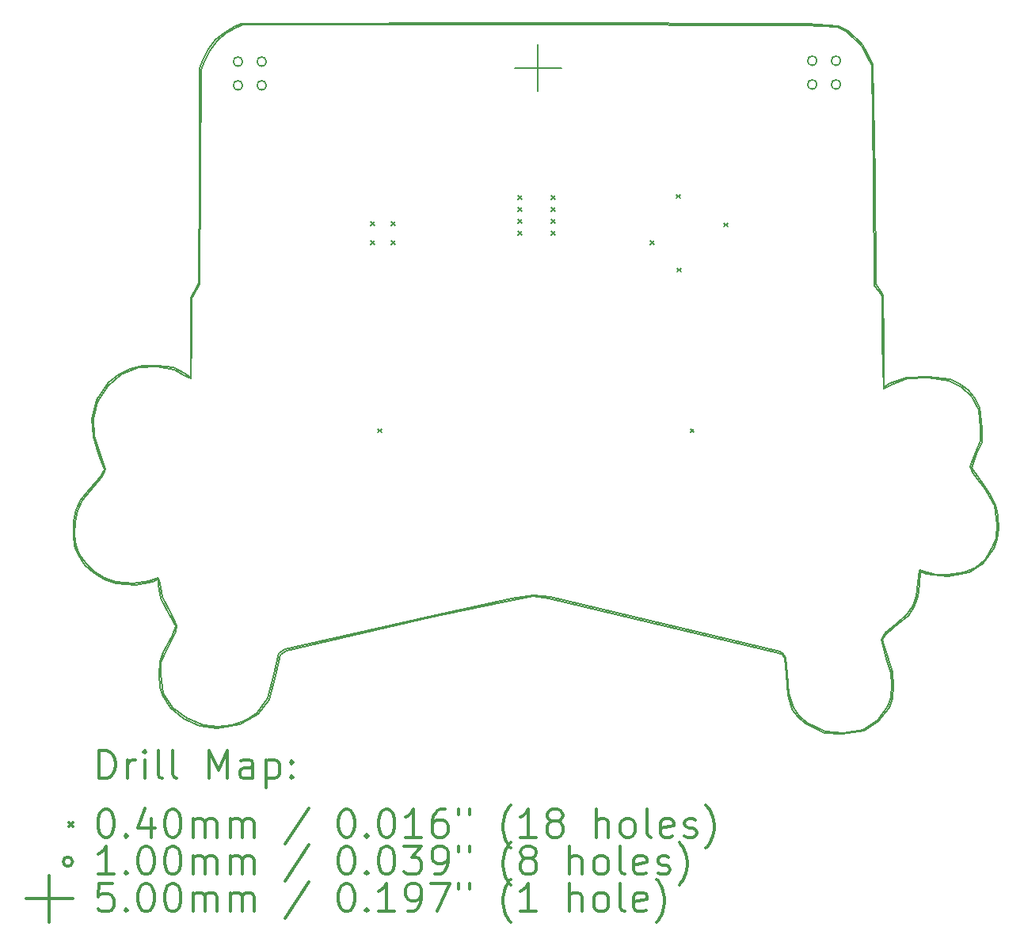
<source format=gbr>
%FSLAX45Y45*%
G04 Gerber Fmt 4.5, Leading zero omitted, Abs format (unit mm)*
G04 Created by KiCad (PCBNEW (5.0.0)) date 11/20/18 12:56:58*
%MOMM*%
%LPD*%
G01*
G04 APERTURE LIST*
%ADD10C,0.200000*%
%ADD11C,0.300000*%
G04 APERTURE END LIST*
D10*
X17243073Y-10469494D02*
X17202271Y-10447250D01*
X11013905Y-11223406D02*
X10842278Y-11147506D01*
X11823684Y-10683798D02*
X11754277Y-10946012D01*
X14363739Y-9877789D02*
X13513333Y-10063101D01*
X11196593Y-11251643D02*
X11013905Y-11223406D01*
X14750254Y-9863841D02*
X14574801Y-9840958D01*
X17491163Y-11203423D02*
X17406022Y-11128085D01*
X17202271Y-10447250D02*
X14750254Y-9863841D01*
X11445992Y-11214696D02*
X11196593Y-11251643D01*
X11637244Y-11104531D02*
X11445992Y-11214696D01*
X13513333Y-10063101D02*
X11944689Y-10420855D01*
X14574801Y-9840958D02*
X14363739Y-9877789D01*
X17406022Y-11128085D02*
X17348413Y-11049282D01*
X17690733Y-11304031D02*
X17491163Y-11203423D01*
X11754277Y-10946012D02*
X11637244Y-11104531D01*
X17268275Y-10509614D02*
X17243073Y-10469494D01*
X17284830Y-10679840D02*
X17268275Y-10509614D01*
X11876318Y-10463061D02*
X11823684Y-10683798D01*
X17348413Y-11049282D02*
X17301594Y-10893692D01*
X11944689Y-10420855D02*
X11876318Y-10463061D01*
X17301594Y-10893692D02*
X17284830Y-10679840D01*
X10623976Y-10440847D02*
X10713139Y-10274002D01*
X10587223Y-10539791D02*
X10623976Y-10440847D01*
X10581505Y-10677194D02*
X10587223Y-10539791D01*
X10587912Y-10809929D02*
X10581505Y-10677194D01*
X10613257Y-10901343D02*
X10587912Y-10809929D01*
X10701975Y-11036099D02*
X10613257Y-10901343D01*
X10842278Y-11147506D02*
X10701975Y-11036099D01*
X11003557Y-6489832D02*
X11010344Y-5340619D01*
X10960628Y-6567646D02*
X11003557Y-6489832D01*
X9941430Y-8341769D02*
X9875283Y-8138611D01*
X10686563Y-10021044D02*
X10600718Y-9862408D01*
X9955664Y-8556448D02*
X9993043Y-8485825D01*
X9665129Y-9182840D02*
X9668079Y-9032736D01*
X9789070Y-9505560D02*
X9714937Y-9399744D01*
X10511510Y-9683122D02*
X10330143Y-9716994D01*
X10713139Y-10274002D02*
X10759185Y-10162944D01*
X11047999Y-4108490D02*
X11105711Y-3991813D01*
X10917697Y-7501616D02*
X10917697Y-7073537D01*
X9993043Y-8485825D02*
X9941430Y-8341769D01*
X10574255Y-9654955D02*
X10511510Y-9683122D01*
X9668079Y-9032736D02*
X9693639Y-8911928D01*
X9886607Y-9595116D02*
X9789070Y-9505560D01*
X10759185Y-10162944D02*
X10686563Y-10021044D01*
X17504415Y-3717368D02*
X17841455Y-3741522D01*
X14589032Y-3712438D02*
X17504415Y-3717368D01*
X11017131Y-4191406D02*
X11047999Y-4108490D01*
X11010344Y-5340619D02*
X11017131Y-4191406D01*
X10917697Y-6645459D02*
X10960628Y-6567646D01*
X9914546Y-7735817D02*
X10043079Y-7553874D01*
X11465874Y-3715870D02*
X14589032Y-3712438D01*
X10562966Y-7371491D02*
X10730122Y-7394633D01*
X11282065Y-3806527D02*
X11393223Y-3745781D01*
X11184980Y-3889848D02*
X11282065Y-3806527D01*
X10861260Y-7462785D02*
X10917697Y-7501616D01*
X10043079Y-7553874D02*
X10151698Y-7464228D01*
X10600718Y-9862408D02*
X10574255Y-9717862D01*
X10270199Y-7405476D02*
X10405111Y-7375328D01*
X9676595Y-9308569D02*
X9665129Y-9182840D01*
X10330143Y-9716994D02*
X10126471Y-9706501D01*
X10574255Y-9717862D02*
X10574255Y-9654955D01*
X10151698Y-7464228D02*
X10270199Y-7405476D01*
X9875283Y-8138611D02*
X9863405Y-7945243D01*
X10126471Y-9706501D02*
X10001193Y-9663676D01*
X11393223Y-3745781D02*
X11465874Y-3715870D01*
X11105711Y-3991813D02*
X11184980Y-3889848D01*
X10730122Y-7394633D02*
X10861260Y-7462785D01*
X9833657Y-8697504D02*
X9955664Y-8556448D01*
X9714937Y-9399744D02*
X9676595Y-9308569D01*
X10917697Y-7073537D02*
X10917697Y-6645459D01*
X10405111Y-7375328D02*
X10562966Y-7371491D01*
X10001193Y-9663676D02*
X9886607Y-9595116D01*
X9863405Y-7945243D02*
X9914546Y-7735817D01*
X9693639Y-8911928D02*
X9747076Y-8805242D01*
X9747076Y-8805242D02*
X9833657Y-8697504D01*
X17841455Y-3741522D02*
X17943236Y-3792321D01*
X10762900Y-10215785D02*
X10726358Y-10287206D01*
X11359788Y-11221335D02*
X11504518Y-11170916D01*
X18106849Y-11266696D02*
X18106839Y-11266700D01*
X17419227Y-11114855D02*
X17504348Y-11190182D01*
X11863119Y-10449844D02*
X11931490Y-10407639D01*
X17314837Y-10880478D02*
X17361634Y-11036068D01*
X14763475Y-9850627D02*
X17215492Y-10434035D01*
X10699782Y-10007828D02*
X10771630Y-10155709D01*
X11741078Y-10932797D02*
X11810485Y-10670582D01*
X10771630Y-10155709D02*
X10762900Y-10215785D01*
X10468590Y-9678825D02*
X10576462Y-9645524D01*
X17361634Y-11036068D02*
X17419227Y-11114855D01*
X17281511Y-10496400D02*
X17298051Y-10666625D01*
X17256300Y-10456279D02*
X17281511Y-10496400D01*
X17703953Y-11290843D02*
X17892240Y-11299876D01*
X17215492Y-10434035D02*
X17256300Y-10456279D01*
X10576462Y-9645524D02*
X10587474Y-9702363D01*
X11205276Y-11239058D02*
X11359788Y-11221335D01*
X11056406Y-11220570D02*
X11205276Y-11239058D01*
X17298051Y-10666625D02*
X17314837Y-10880478D01*
X9798194Y-9487948D02*
X9889486Y-9574543D01*
X17892240Y-11299876D02*
X18106849Y-11266696D01*
X13500134Y-10049887D02*
X14350540Y-9864574D01*
X11810485Y-10670582D02*
X11863119Y-10449844D01*
X11504518Y-11170916D02*
X11624045Y-11091314D01*
X9889486Y-9574543D02*
X9997205Y-9642455D01*
X10726133Y-11035523D02*
X10877389Y-11144474D01*
X10594838Y-10677188D02*
X10624186Y-10884093D01*
X10726358Y-10287206D02*
X10637195Y-10454051D01*
X10624186Y-10884093D02*
X10726133Y-11035523D01*
X10600752Y-10551337D02*
X10594838Y-10677188D01*
X9678435Y-9183093D02*
X9690501Y-9297066D01*
X10637195Y-10454051D02*
X10600752Y-10551337D01*
X10587474Y-9702363D02*
X10613737Y-9848611D01*
X10297970Y-9705469D02*
X10468590Y-9678825D01*
X10116381Y-9687827D02*
X10297970Y-9705469D01*
X9690501Y-9297066D02*
X9728300Y-9386529D01*
X11624045Y-11091314D02*
X11741078Y-10932797D01*
X14573423Y-9827563D02*
X14763475Y-9850627D01*
X10877389Y-11144474D02*
X11056406Y-11220570D01*
X9728300Y-9386529D02*
X9798194Y-9487948D01*
X11931490Y-10407639D02*
X13500134Y-10049887D01*
X10613737Y-9848611D02*
X10699782Y-10007828D01*
X17504348Y-11190182D02*
X17703953Y-11290843D01*
X9997205Y-9642455D02*
X10116381Y-9687827D01*
X14350540Y-9864574D02*
X14573423Y-9827563D01*
X18312088Y-7126197D02*
X18308328Y-6633162D01*
X10558698Y-7384891D02*
X10361170Y-7394795D01*
X11479098Y-3729074D02*
X11406446Y-3758985D01*
X14589045Y-3725641D02*
X11479098Y-3729074D01*
X19407954Y-8697379D02*
X19280201Y-8522308D01*
X10006264Y-8485819D02*
X9972916Y-8563533D01*
X9954649Y-8328553D02*
X10006264Y-8485819D01*
X11118935Y-4005016D02*
X11061223Y-4121692D01*
X9888751Y-8127073D02*
X9954649Y-8328553D01*
X9876976Y-7944043D02*
X9888751Y-8127073D01*
X9922921Y-7760645D02*
X9876976Y-7944043D01*
X10027729Y-7597996D02*
X9922921Y-7760645D01*
X11198204Y-3903052D02*
X11118935Y-4005016D01*
X19179575Y-9587058D02*
X19308045Y-9534087D01*
X18088114Y-3952197D02*
X17930040Y-3805526D01*
X10178208Y-7471058D02*
X10027729Y-7597996D01*
X10739084Y-7414417D02*
X10558698Y-7384891D01*
X18222005Y-5367039D02*
X18197381Y-4164988D01*
X18308328Y-6633162D02*
X18268700Y-6574706D01*
X18326255Y-7619230D02*
X18312088Y-7126197D01*
X11030355Y-4204610D02*
X11023568Y-5353823D01*
X19357654Y-8177756D02*
X19364779Y-8041930D01*
X11295289Y-3819730D02*
X11198204Y-3903052D01*
X19530323Y-9216868D02*
X19535919Y-9078863D01*
X17930040Y-3805526D02*
X17828276Y-3754729D01*
X19268896Y-7705092D02*
X19158864Y-7599954D01*
X19308045Y-9534087D02*
X19408951Y-9445694D01*
X18803677Y-7504392D02*
X18585937Y-7514588D01*
X19308934Y-8297478D02*
X19357654Y-8177756D01*
X18197381Y-4164988D02*
X18088114Y-3952197D01*
X19023625Y-7532637D02*
X18803677Y-7504392D01*
X19490808Y-9316631D02*
X19530323Y-9216868D01*
X19015027Y-9609852D02*
X19179575Y-9587058D01*
X10916786Y-7513550D02*
X10847139Y-7475354D01*
X10930921Y-6658661D02*
X10930921Y-7086105D01*
X10973851Y-6580848D02*
X10930921Y-6658661D01*
X11016781Y-6503035D02*
X10973851Y-6580848D01*
X19280201Y-8522308D02*
X19252795Y-8451246D01*
X19252795Y-8451246D02*
X19308934Y-8297478D01*
X11023568Y-5353823D02*
X11016781Y-6503035D01*
X11061223Y-4121692D02*
X11030355Y-4204610D01*
X18268700Y-6574706D02*
X18229072Y-6516251D01*
X19535919Y-9078863D02*
X19510289Y-8873044D01*
X11406446Y-3758985D02*
X11295289Y-3819730D01*
X19408951Y-9445694D02*
X19490808Y-9316631D01*
X19158864Y-7599954D02*
X19023625Y-7532637D01*
X19344471Y-7849102D02*
X19268896Y-7705092D01*
X18229072Y-6516251D02*
X18222005Y-5367039D01*
X19364779Y-8041930D02*
X19344471Y-7849102D01*
X18794187Y-9588966D02*
X18886452Y-9610656D01*
X17828276Y-3754729D02*
X17492353Y-3730576D01*
X17492353Y-3730576D02*
X14589045Y-3725641D01*
X18409138Y-7579975D02*
X18326255Y-7619230D01*
X19510289Y-8873044D02*
X19407954Y-8697379D01*
X18585937Y-7514588D02*
X18409138Y-7579975D01*
X9681384Y-9041168D02*
X9678435Y-9183093D01*
X9707431Y-8923567D02*
X9681384Y-9041168D01*
X9761091Y-8817632D02*
X9707431Y-8923567D01*
X9846878Y-8710706D02*
X9761091Y-8817632D01*
X9972916Y-8563533D02*
X9846878Y-8710706D01*
X10361170Y-7394795D02*
X10178208Y-7471058D01*
X18886452Y-9610656D02*
X19015027Y-9609852D01*
X10847139Y-7475354D02*
X10739084Y-7414417D01*
X10930921Y-7086105D02*
X10916786Y-7513550D01*
X18242268Y-6503046D02*
X18281896Y-6561502D01*
X19270792Y-8468886D02*
X19365534Y-8610574D01*
X18714689Y-9579509D02*
X18707309Y-9712259D01*
X19304866Y-7724007D02*
X19354914Y-7823981D01*
X19139766Y-7565859D02*
X19231131Y-7636032D01*
X18640854Y-9944060D02*
X18677889Y-9837135D01*
X18469059Y-10124555D02*
X18574228Y-10034194D01*
X18301720Y-10305767D02*
X18335099Y-10236591D01*
X18413664Y-10796356D02*
X18404640Y-10659756D01*
X18407417Y-10922003D02*
X18413664Y-10796356D01*
X18106839Y-11266700D02*
X18258213Y-11167078D01*
X18235201Y-5353834D02*
X18242268Y-6503046D01*
X17892183Y-11313155D02*
X17690687Y-11304044D01*
X19554325Y-9116956D02*
X19542618Y-9232601D01*
X18271403Y-11180249D02*
X18120000Y-11280000D01*
X18426938Y-10796360D02*
X18420857Y-10933596D01*
X19231131Y-7636032D02*
X19304866Y-7724007D01*
X18575463Y-7500851D02*
X18803669Y-7491059D01*
X18101310Y-3938992D02*
X18210577Y-4151783D01*
X18418521Y-10648752D02*
X18426938Y-10796360D01*
X18314881Y-10305772D02*
X18370799Y-10491413D01*
X18587158Y-10047601D02*
X18482222Y-10137768D01*
X18653796Y-9957697D02*
X18587158Y-10047601D01*
X19245734Y-9586631D02*
X19012232Y-9625237D01*
X19378237Y-8193841D02*
X19320403Y-8314984D01*
X18803669Y-7491059D02*
X19036827Y-7519290D01*
X19542618Y-9232601D02*
X19503822Y-9329846D01*
X18325284Y-7111475D02*
X18329044Y-7602992D01*
X19365534Y-8610574D02*
X19463901Y-8745868D01*
X19354914Y-7823981D02*
X19378081Y-8041935D01*
X19389834Y-9490403D02*
X19245734Y-9586631D01*
X19320403Y-8314984D02*
X19270792Y-8468886D01*
X19550792Y-8978929D02*
X19554325Y-9116956D01*
X18706921Y-9561003D02*
X18794187Y-9588966D01*
X17943236Y-3792321D02*
X18101310Y-3938992D01*
X18694283Y-9696400D02*
X18706921Y-9561003D01*
X18677889Y-9837135D02*
X18694283Y-9696400D01*
X18707309Y-9712259D02*
X18690919Y-9851451D01*
X18690919Y-9851451D02*
X18653796Y-9957697D01*
X18404640Y-10659756D02*
X18357525Y-10504618D01*
X19036827Y-7519290D02*
X19139766Y-7565859D01*
X17690687Y-11304044D02*
X17690733Y-11304031D01*
X19012232Y-9625237D02*
X18788881Y-9604828D01*
X18574228Y-10034194D02*
X18640854Y-9944060D01*
X19503822Y-9329846D02*
X19389834Y-9490403D01*
X18370799Y-10491413D02*
X18418521Y-10648752D01*
X18353940Y-10244302D02*
X18314881Y-10305772D01*
X18370750Y-11016578D02*
X18407417Y-10922003D01*
X18482222Y-10137768D02*
X18353940Y-10244302D01*
X19463901Y-8745868D02*
X19523152Y-8861943D01*
X18281896Y-6561502D02*
X18321524Y-6619957D01*
X18383912Y-11029791D02*
X18271403Y-11180249D01*
X18398722Y-7565253D02*
X18575463Y-7500851D01*
X18788881Y-9604828D02*
X18714689Y-9579509D01*
X18420857Y-10933596D02*
X18383912Y-11029791D01*
X18335099Y-10236591D02*
X18469059Y-10124555D01*
X19378081Y-8041935D02*
X19378237Y-8193841D01*
X18357525Y-10504618D02*
X18301720Y-10305767D01*
X18258213Y-11167078D02*
X18370750Y-11016578D01*
X19523152Y-8861943D02*
X19550792Y-8978929D01*
X18210577Y-4151783D02*
X18235201Y-5353834D01*
X18321524Y-6619957D02*
X18325284Y-7111475D01*
X18329044Y-7602992D02*
X18398722Y-7565253D01*
X18120000Y-11280000D02*
X17892183Y-11313155D01*
D10*
X12845100Y-5834700D02*
X12885100Y-5874700D01*
X12885100Y-5834700D02*
X12845100Y-5874700D01*
X12845100Y-6037900D02*
X12885100Y-6077900D01*
X12885100Y-6037900D02*
X12845100Y-6077900D01*
X12920000Y-8050000D02*
X12960000Y-8090000D01*
X12960000Y-8050000D02*
X12920000Y-8090000D01*
X13061000Y-5834700D02*
X13101000Y-5874700D01*
X13101000Y-5834700D02*
X13061000Y-5874700D01*
X13061000Y-6037900D02*
X13101000Y-6077900D01*
X13101000Y-6037900D02*
X13061000Y-6077900D01*
X14419900Y-5555300D02*
X14459900Y-5595300D01*
X14459900Y-5555300D02*
X14419900Y-5595300D01*
X14419900Y-5682300D02*
X14459900Y-5722300D01*
X14459900Y-5682300D02*
X14419900Y-5722300D01*
X14419900Y-5809300D02*
X14459900Y-5849300D01*
X14459900Y-5809300D02*
X14419900Y-5849300D01*
X14419900Y-5936300D02*
X14459900Y-5976300D01*
X14459900Y-5936300D02*
X14419900Y-5976300D01*
X14775500Y-5555300D02*
X14815500Y-5595300D01*
X14815500Y-5555300D02*
X14775500Y-5595300D01*
X14775500Y-5682300D02*
X14815500Y-5722300D01*
X14815500Y-5682300D02*
X14775500Y-5722300D01*
X14775500Y-5809300D02*
X14815500Y-5849300D01*
X14815500Y-5809300D02*
X14775500Y-5849300D01*
X14775500Y-5936300D02*
X14815500Y-5976300D01*
X14815500Y-5936300D02*
X14775500Y-5976300D01*
X15829600Y-6037900D02*
X15869600Y-6077900D01*
X15869600Y-6037900D02*
X15829600Y-6077900D01*
X16109000Y-5542600D02*
X16149000Y-5582600D01*
X16149000Y-5542600D02*
X16109000Y-5582600D01*
X16121700Y-6330000D02*
X16161700Y-6370000D01*
X16161700Y-6330000D02*
X16121700Y-6370000D01*
X16260000Y-8050000D02*
X16300000Y-8090000D01*
X16300000Y-8050000D02*
X16260000Y-8090000D01*
X16617000Y-5847400D02*
X16657000Y-5887400D01*
X16657000Y-5847400D02*
X16617000Y-5887400D01*
X17613000Y-4113000D02*
G75*
G03X17613000Y-4113000I-50000J0D01*
G01*
X17613000Y-4367000D02*
G75*
G03X17613000Y-4367000I-50000J0D01*
G01*
X17867000Y-4113000D02*
G75*
G03X17867000Y-4113000I-50000J0D01*
G01*
X17867000Y-4367000D02*
G75*
G03X17867000Y-4367000I-50000J0D01*
G01*
X11473000Y-4123000D02*
G75*
G03X11473000Y-4123000I-50000J0D01*
G01*
X11473000Y-4377000D02*
G75*
G03X11473000Y-4377000I-50000J0D01*
G01*
X11727000Y-4123000D02*
G75*
G03X11727000Y-4123000I-50000J0D01*
G01*
X11727000Y-4377000D02*
G75*
G03X11727000Y-4377000I-50000J0D01*
G01*
X14630400Y-3941000D02*
X14630400Y-4441000D01*
X14380400Y-4191000D02*
X14880400Y-4191000D01*
D11*
X9941557Y-11788869D02*
X9941557Y-11488869D01*
X10012986Y-11488869D01*
X10055843Y-11503155D01*
X10084414Y-11531726D01*
X10098700Y-11560298D01*
X10112986Y-11617441D01*
X10112986Y-11660298D01*
X10098700Y-11717441D01*
X10084414Y-11746012D01*
X10055843Y-11774583D01*
X10012986Y-11788869D01*
X9941557Y-11788869D01*
X10241557Y-11788869D02*
X10241557Y-11588869D01*
X10241557Y-11646012D02*
X10255843Y-11617441D01*
X10270129Y-11603155D01*
X10298700Y-11588869D01*
X10327272Y-11588869D01*
X10427272Y-11788869D02*
X10427272Y-11588869D01*
X10427272Y-11488869D02*
X10412986Y-11503155D01*
X10427272Y-11517441D01*
X10441557Y-11503155D01*
X10427272Y-11488869D01*
X10427272Y-11517441D01*
X10612986Y-11788869D02*
X10584414Y-11774583D01*
X10570129Y-11746012D01*
X10570129Y-11488869D01*
X10770129Y-11788869D02*
X10741557Y-11774583D01*
X10727272Y-11746012D01*
X10727272Y-11488869D01*
X11112986Y-11788869D02*
X11112986Y-11488869D01*
X11212986Y-11703155D01*
X11312986Y-11488869D01*
X11312986Y-11788869D01*
X11584414Y-11788869D02*
X11584414Y-11631726D01*
X11570129Y-11603155D01*
X11541557Y-11588869D01*
X11484414Y-11588869D01*
X11455843Y-11603155D01*
X11584414Y-11774583D02*
X11555843Y-11788869D01*
X11484414Y-11788869D01*
X11455843Y-11774583D01*
X11441557Y-11746012D01*
X11441557Y-11717441D01*
X11455843Y-11688869D01*
X11484414Y-11674583D01*
X11555843Y-11674583D01*
X11584414Y-11660298D01*
X11727271Y-11588869D02*
X11727271Y-11888869D01*
X11727271Y-11603155D02*
X11755843Y-11588869D01*
X11812986Y-11588869D01*
X11841557Y-11603155D01*
X11855843Y-11617441D01*
X11870129Y-11646012D01*
X11870129Y-11731726D01*
X11855843Y-11760298D01*
X11841557Y-11774583D01*
X11812986Y-11788869D01*
X11755843Y-11788869D01*
X11727271Y-11774583D01*
X11998700Y-11760298D02*
X12012986Y-11774583D01*
X11998700Y-11788869D01*
X11984414Y-11774583D01*
X11998700Y-11760298D01*
X11998700Y-11788869D01*
X11998700Y-11603155D02*
X12012986Y-11617441D01*
X11998700Y-11631726D01*
X11984414Y-11617441D01*
X11998700Y-11603155D01*
X11998700Y-11631726D01*
X9615129Y-12263155D02*
X9655129Y-12303155D01*
X9655129Y-12263155D02*
X9615129Y-12303155D01*
X9998700Y-12118869D02*
X10027272Y-12118869D01*
X10055843Y-12133155D01*
X10070129Y-12147441D01*
X10084414Y-12176012D01*
X10098700Y-12233155D01*
X10098700Y-12304583D01*
X10084414Y-12361726D01*
X10070129Y-12390298D01*
X10055843Y-12404583D01*
X10027272Y-12418869D01*
X9998700Y-12418869D01*
X9970129Y-12404583D01*
X9955843Y-12390298D01*
X9941557Y-12361726D01*
X9927272Y-12304583D01*
X9927272Y-12233155D01*
X9941557Y-12176012D01*
X9955843Y-12147441D01*
X9970129Y-12133155D01*
X9998700Y-12118869D01*
X10227272Y-12390298D02*
X10241557Y-12404583D01*
X10227272Y-12418869D01*
X10212986Y-12404583D01*
X10227272Y-12390298D01*
X10227272Y-12418869D01*
X10498700Y-12218869D02*
X10498700Y-12418869D01*
X10427272Y-12104583D02*
X10355843Y-12318869D01*
X10541557Y-12318869D01*
X10712986Y-12118869D02*
X10741557Y-12118869D01*
X10770129Y-12133155D01*
X10784414Y-12147441D01*
X10798700Y-12176012D01*
X10812986Y-12233155D01*
X10812986Y-12304583D01*
X10798700Y-12361726D01*
X10784414Y-12390298D01*
X10770129Y-12404583D01*
X10741557Y-12418869D01*
X10712986Y-12418869D01*
X10684414Y-12404583D01*
X10670129Y-12390298D01*
X10655843Y-12361726D01*
X10641557Y-12304583D01*
X10641557Y-12233155D01*
X10655843Y-12176012D01*
X10670129Y-12147441D01*
X10684414Y-12133155D01*
X10712986Y-12118869D01*
X10941557Y-12418869D02*
X10941557Y-12218869D01*
X10941557Y-12247441D02*
X10955843Y-12233155D01*
X10984414Y-12218869D01*
X11027272Y-12218869D01*
X11055843Y-12233155D01*
X11070129Y-12261726D01*
X11070129Y-12418869D01*
X11070129Y-12261726D02*
X11084414Y-12233155D01*
X11112986Y-12218869D01*
X11155843Y-12218869D01*
X11184414Y-12233155D01*
X11198700Y-12261726D01*
X11198700Y-12418869D01*
X11341557Y-12418869D02*
X11341557Y-12218869D01*
X11341557Y-12247441D02*
X11355843Y-12233155D01*
X11384414Y-12218869D01*
X11427271Y-12218869D01*
X11455843Y-12233155D01*
X11470129Y-12261726D01*
X11470129Y-12418869D01*
X11470129Y-12261726D02*
X11484414Y-12233155D01*
X11512986Y-12218869D01*
X11555843Y-12218869D01*
X11584414Y-12233155D01*
X11598700Y-12261726D01*
X11598700Y-12418869D01*
X12184414Y-12104583D02*
X11927271Y-12490298D01*
X12570129Y-12118869D02*
X12598700Y-12118869D01*
X12627271Y-12133155D01*
X12641557Y-12147441D01*
X12655843Y-12176012D01*
X12670129Y-12233155D01*
X12670129Y-12304583D01*
X12655843Y-12361726D01*
X12641557Y-12390298D01*
X12627271Y-12404583D01*
X12598700Y-12418869D01*
X12570129Y-12418869D01*
X12541557Y-12404583D01*
X12527271Y-12390298D01*
X12512986Y-12361726D01*
X12498700Y-12304583D01*
X12498700Y-12233155D01*
X12512986Y-12176012D01*
X12527271Y-12147441D01*
X12541557Y-12133155D01*
X12570129Y-12118869D01*
X12798700Y-12390298D02*
X12812986Y-12404583D01*
X12798700Y-12418869D01*
X12784414Y-12404583D01*
X12798700Y-12390298D01*
X12798700Y-12418869D01*
X12998700Y-12118869D02*
X13027271Y-12118869D01*
X13055843Y-12133155D01*
X13070129Y-12147441D01*
X13084414Y-12176012D01*
X13098700Y-12233155D01*
X13098700Y-12304583D01*
X13084414Y-12361726D01*
X13070129Y-12390298D01*
X13055843Y-12404583D01*
X13027271Y-12418869D01*
X12998700Y-12418869D01*
X12970129Y-12404583D01*
X12955843Y-12390298D01*
X12941557Y-12361726D01*
X12927271Y-12304583D01*
X12927271Y-12233155D01*
X12941557Y-12176012D01*
X12955843Y-12147441D01*
X12970129Y-12133155D01*
X12998700Y-12118869D01*
X13384414Y-12418869D02*
X13212986Y-12418869D01*
X13298700Y-12418869D02*
X13298700Y-12118869D01*
X13270129Y-12161726D01*
X13241557Y-12190298D01*
X13212986Y-12204583D01*
X13641557Y-12118869D02*
X13584414Y-12118869D01*
X13555843Y-12133155D01*
X13541557Y-12147441D01*
X13512986Y-12190298D01*
X13498700Y-12247441D01*
X13498700Y-12361726D01*
X13512986Y-12390298D01*
X13527271Y-12404583D01*
X13555843Y-12418869D01*
X13612986Y-12418869D01*
X13641557Y-12404583D01*
X13655843Y-12390298D01*
X13670129Y-12361726D01*
X13670129Y-12290298D01*
X13655843Y-12261726D01*
X13641557Y-12247441D01*
X13612986Y-12233155D01*
X13555843Y-12233155D01*
X13527271Y-12247441D01*
X13512986Y-12261726D01*
X13498700Y-12290298D01*
X13784414Y-12118869D02*
X13784414Y-12176012D01*
X13898700Y-12118869D02*
X13898700Y-12176012D01*
X14341557Y-12533155D02*
X14327271Y-12518869D01*
X14298700Y-12476012D01*
X14284414Y-12447441D01*
X14270129Y-12404583D01*
X14255843Y-12333155D01*
X14255843Y-12276012D01*
X14270129Y-12204583D01*
X14284414Y-12161726D01*
X14298700Y-12133155D01*
X14327271Y-12090298D01*
X14341557Y-12076012D01*
X14612986Y-12418869D02*
X14441557Y-12418869D01*
X14527271Y-12418869D02*
X14527271Y-12118869D01*
X14498700Y-12161726D01*
X14470129Y-12190298D01*
X14441557Y-12204583D01*
X14784414Y-12247441D02*
X14755843Y-12233155D01*
X14741557Y-12218869D01*
X14727271Y-12190298D01*
X14727271Y-12176012D01*
X14741557Y-12147441D01*
X14755843Y-12133155D01*
X14784414Y-12118869D01*
X14841557Y-12118869D01*
X14870129Y-12133155D01*
X14884414Y-12147441D01*
X14898700Y-12176012D01*
X14898700Y-12190298D01*
X14884414Y-12218869D01*
X14870129Y-12233155D01*
X14841557Y-12247441D01*
X14784414Y-12247441D01*
X14755843Y-12261726D01*
X14741557Y-12276012D01*
X14727271Y-12304583D01*
X14727271Y-12361726D01*
X14741557Y-12390298D01*
X14755843Y-12404583D01*
X14784414Y-12418869D01*
X14841557Y-12418869D01*
X14870129Y-12404583D01*
X14884414Y-12390298D01*
X14898700Y-12361726D01*
X14898700Y-12304583D01*
X14884414Y-12276012D01*
X14870129Y-12261726D01*
X14841557Y-12247441D01*
X15255843Y-12418869D02*
X15255843Y-12118869D01*
X15384414Y-12418869D02*
X15384414Y-12261726D01*
X15370129Y-12233155D01*
X15341557Y-12218869D01*
X15298700Y-12218869D01*
X15270129Y-12233155D01*
X15255843Y-12247441D01*
X15570129Y-12418869D02*
X15541557Y-12404583D01*
X15527271Y-12390298D01*
X15512986Y-12361726D01*
X15512986Y-12276012D01*
X15527271Y-12247441D01*
X15541557Y-12233155D01*
X15570129Y-12218869D01*
X15612986Y-12218869D01*
X15641557Y-12233155D01*
X15655843Y-12247441D01*
X15670129Y-12276012D01*
X15670129Y-12361726D01*
X15655843Y-12390298D01*
X15641557Y-12404583D01*
X15612986Y-12418869D01*
X15570129Y-12418869D01*
X15841557Y-12418869D02*
X15812986Y-12404583D01*
X15798700Y-12376012D01*
X15798700Y-12118869D01*
X16070129Y-12404583D02*
X16041557Y-12418869D01*
X15984414Y-12418869D01*
X15955843Y-12404583D01*
X15941557Y-12376012D01*
X15941557Y-12261726D01*
X15955843Y-12233155D01*
X15984414Y-12218869D01*
X16041557Y-12218869D01*
X16070129Y-12233155D01*
X16084414Y-12261726D01*
X16084414Y-12290298D01*
X15941557Y-12318869D01*
X16198700Y-12404583D02*
X16227271Y-12418869D01*
X16284414Y-12418869D01*
X16312986Y-12404583D01*
X16327271Y-12376012D01*
X16327271Y-12361726D01*
X16312986Y-12333155D01*
X16284414Y-12318869D01*
X16241557Y-12318869D01*
X16212986Y-12304583D01*
X16198700Y-12276012D01*
X16198700Y-12261726D01*
X16212986Y-12233155D01*
X16241557Y-12218869D01*
X16284414Y-12218869D01*
X16312986Y-12233155D01*
X16427271Y-12533155D02*
X16441557Y-12518869D01*
X16470129Y-12476012D01*
X16484414Y-12447441D01*
X16498700Y-12404583D01*
X16512986Y-12333155D01*
X16512986Y-12276012D01*
X16498700Y-12204583D01*
X16484414Y-12161726D01*
X16470129Y-12133155D01*
X16441557Y-12090298D01*
X16427271Y-12076012D01*
X9655129Y-12679155D02*
G75*
G03X9655129Y-12679155I-50000J0D01*
G01*
X10098700Y-12814869D02*
X9927272Y-12814869D01*
X10012986Y-12814869D02*
X10012986Y-12514869D01*
X9984414Y-12557726D01*
X9955843Y-12586298D01*
X9927272Y-12600583D01*
X10227272Y-12786298D02*
X10241557Y-12800583D01*
X10227272Y-12814869D01*
X10212986Y-12800583D01*
X10227272Y-12786298D01*
X10227272Y-12814869D01*
X10427272Y-12514869D02*
X10455843Y-12514869D01*
X10484414Y-12529155D01*
X10498700Y-12543441D01*
X10512986Y-12572012D01*
X10527272Y-12629155D01*
X10527272Y-12700583D01*
X10512986Y-12757726D01*
X10498700Y-12786298D01*
X10484414Y-12800583D01*
X10455843Y-12814869D01*
X10427272Y-12814869D01*
X10398700Y-12800583D01*
X10384414Y-12786298D01*
X10370129Y-12757726D01*
X10355843Y-12700583D01*
X10355843Y-12629155D01*
X10370129Y-12572012D01*
X10384414Y-12543441D01*
X10398700Y-12529155D01*
X10427272Y-12514869D01*
X10712986Y-12514869D02*
X10741557Y-12514869D01*
X10770129Y-12529155D01*
X10784414Y-12543441D01*
X10798700Y-12572012D01*
X10812986Y-12629155D01*
X10812986Y-12700583D01*
X10798700Y-12757726D01*
X10784414Y-12786298D01*
X10770129Y-12800583D01*
X10741557Y-12814869D01*
X10712986Y-12814869D01*
X10684414Y-12800583D01*
X10670129Y-12786298D01*
X10655843Y-12757726D01*
X10641557Y-12700583D01*
X10641557Y-12629155D01*
X10655843Y-12572012D01*
X10670129Y-12543441D01*
X10684414Y-12529155D01*
X10712986Y-12514869D01*
X10941557Y-12814869D02*
X10941557Y-12614869D01*
X10941557Y-12643441D02*
X10955843Y-12629155D01*
X10984414Y-12614869D01*
X11027272Y-12614869D01*
X11055843Y-12629155D01*
X11070129Y-12657726D01*
X11070129Y-12814869D01*
X11070129Y-12657726D02*
X11084414Y-12629155D01*
X11112986Y-12614869D01*
X11155843Y-12614869D01*
X11184414Y-12629155D01*
X11198700Y-12657726D01*
X11198700Y-12814869D01*
X11341557Y-12814869D02*
X11341557Y-12614869D01*
X11341557Y-12643441D02*
X11355843Y-12629155D01*
X11384414Y-12614869D01*
X11427271Y-12614869D01*
X11455843Y-12629155D01*
X11470129Y-12657726D01*
X11470129Y-12814869D01*
X11470129Y-12657726D02*
X11484414Y-12629155D01*
X11512986Y-12614869D01*
X11555843Y-12614869D01*
X11584414Y-12629155D01*
X11598700Y-12657726D01*
X11598700Y-12814869D01*
X12184414Y-12500583D02*
X11927271Y-12886298D01*
X12570129Y-12514869D02*
X12598700Y-12514869D01*
X12627271Y-12529155D01*
X12641557Y-12543441D01*
X12655843Y-12572012D01*
X12670129Y-12629155D01*
X12670129Y-12700583D01*
X12655843Y-12757726D01*
X12641557Y-12786298D01*
X12627271Y-12800583D01*
X12598700Y-12814869D01*
X12570129Y-12814869D01*
X12541557Y-12800583D01*
X12527271Y-12786298D01*
X12512986Y-12757726D01*
X12498700Y-12700583D01*
X12498700Y-12629155D01*
X12512986Y-12572012D01*
X12527271Y-12543441D01*
X12541557Y-12529155D01*
X12570129Y-12514869D01*
X12798700Y-12786298D02*
X12812986Y-12800583D01*
X12798700Y-12814869D01*
X12784414Y-12800583D01*
X12798700Y-12786298D01*
X12798700Y-12814869D01*
X12998700Y-12514869D02*
X13027271Y-12514869D01*
X13055843Y-12529155D01*
X13070129Y-12543441D01*
X13084414Y-12572012D01*
X13098700Y-12629155D01*
X13098700Y-12700583D01*
X13084414Y-12757726D01*
X13070129Y-12786298D01*
X13055843Y-12800583D01*
X13027271Y-12814869D01*
X12998700Y-12814869D01*
X12970129Y-12800583D01*
X12955843Y-12786298D01*
X12941557Y-12757726D01*
X12927271Y-12700583D01*
X12927271Y-12629155D01*
X12941557Y-12572012D01*
X12955843Y-12543441D01*
X12970129Y-12529155D01*
X12998700Y-12514869D01*
X13198700Y-12514869D02*
X13384414Y-12514869D01*
X13284414Y-12629155D01*
X13327271Y-12629155D01*
X13355843Y-12643441D01*
X13370129Y-12657726D01*
X13384414Y-12686298D01*
X13384414Y-12757726D01*
X13370129Y-12786298D01*
X13355843Y-12800583D01*
X13327271Y-12814869D01*
X13241557Y-12814869D01*
X13212986Y-12800583D01*
X13198700Y-12786298D01*
X13527271Y-12814869D02*
X13584414Y-12814869D01*
X13612986Y-12800583D01*
X13627271Y-12786298D01*
X13655843Y-12743441D01*
X13670129Y-12686298D01*
X13670129Y-12572012D01*
X13655843Y-12543441D01*
X13641557Y-12529155D01*
X13612986Y-12514869D01*
X13555843Y-12514869D01*
X13527271Y-12529155D01*
X13512986Y-12543441D01*
X13498700Y-12572012D01*
X13498700Y-12643441D01*
X13512986Y-12672012D01*
X13527271Y-12686298D01*
X13555843Y-12700583D01*
X13612986Y-12700583D01*
X13641557Y-12686298D01*
X13655843Y-12672012D01*
X13670129Y-12643441D01*
X13784414Y-12514869D02*
X13784414Y-12572012D01*
X13898700Y-12514869D02*
X13898700Y-12572012D01*
X14341557Y-12929155D02*
X14327271Y-12914869D01*
X14298700Y-12872012D01*
X14284414Y-12843441D01*
X14270129Y-12800583D01*
X14255843Y-12729155D01*
X14255843Y-12672012D01*
X14270129Y-12600583D01*
X14284414Y-12557726D01*
X14298700Y-12529155D01*
X14327271Y-12486298D01*
X14341557Y-12472012D01*
X14498700Y-12643441D02*
X14470129Y-12629155D01*
X14455843Y-12614869D01*
X14441557Y-12586298D01*
X14441557Y-12572012D01*
X14455843Y-12543441D01*
X14470129Y-12529155D01*
X14498700Y-12514869D01*
X14555843Y-12514869D01*
X14584414Y-12529155D01*
X14598700Y-12543441D01*
X14612986Y-12572012D01*
X14612986Y-12586298D01*
X14598700Y-12614869D01*
X14584414Y-12629155D01*
X14555843Y-12643441D01*
X14498700Y-12643441D01*
X14470129Y-12657726D01*
X14455843Y-12672012D01*
X14441557Y-12700583D01*
X14441557Y-12757726D01*
X14455843Y-12786298D01*
X14470129Y-12800583D01*
X14498700Y-12814869D01*
X14555843Y-12814869D01*
X14584414Y-12800583D01*
X14598700Y-12786298D01*
X14612986Y-12757726D01*
X14612986Y-12700583D01*
X14598700Y-12672012D01*
X14584414Y-12657726D01*
X14555843Y-12643441D01*
X14970129Y-12814869D02*
X14970129Y-12514869D01*
X15098700Y-12814869D02*
X15098700Y-12657726D01*
X15084414Y-12629155D01*
X15055843Y-12614869D01*
X15012986Y-12614869D01*
X14984414Y-12629155D01*
X14970129Y-12643441D01*
X15284414Y-12814869D02*
X15255843Y-12800583D01*
X15241557Y-12786298D01*
X15227271Y-12757726D01*
X15227271Y-12672012D01*
X15241557Y-12643441D01*
X15255843Y-12629155D01*
X15284414Y-12614869D01*
X15327271Y-12614869D01*
X15355843Y-12629155D01*
X15370129Y-12643441D01*
X15384414Y-12672012D01*
X15384414Y-12757726D01*
X15370129Y-12786298D01*
X15355843Y-12800583D01*
X15327271Y-12814869D01*
X15284414Y-12814869D01*
X15555843Y-12814869D02*
X15527271Y-12800583D01*
X15512986Y-12772012D01*
X15512986Y-12514869D01*
X15784414Y-12800583D02*
X15755843Y-12814869D01*
X15698700Y-12814869D01*
X15670129Y-12800583D01*
X15655843Y-12772012D01*
X15655843Y-12657726D01*
X15670129Y-12629155D01*
X15698700Y-12614869D01*
X15755843Y-12614869D01*
X15784414Y-12629155D01*
X15798700Y-12657726D01*
X15798700Y-12686298D01*
X15655843Y-12714869D01*
X15912986Y-12800583D02*
X15941557Y-12814869D01*
X15998700Y-12814869D01*
X16027271Y-12800583D01*
X16041557Y-12772012D01*
X16041557Y-12757726D01*
X16027271Y-12729155D01*
X15998700Y-12714869D01*
X15955843Y-12714869D01*
X15927271Y-12700583D01*
X15912986Y-12672012D01*
X15912986Y-12657726D01*
X15927271Y-12629155D01*
X15955843Y-12614869D01*
X15998700Y-12614869D01*
X16027271Y-12629155D01*
X16141557Y-12929155D02*
X16155843Y-12914869D01*
X16184414Y-12872012D01*
X16198700Y-12843441D01*
X16212986Y-12800583D01*
X16227271Y-12729155D01*
X16227271Y-12672012D01*
X16212986Y-12600583D01*
X16198700Y-12557726D01*
X16184414Y-12529155D01*
X16155843Y-12486298D01*
X16141557Y-12472012D01*
X9405129Y-12825155D02*
X9405129Y-13325155D01*
X9155129Y-13075155D02*
X9655129Y-13075155D01*
X10084414Y-12910869D02*
X9941557Y-12910869D01*
X9927272Y-13053726D01*
X9941557Y-13039441D01*
X9970129Y-13025155D01*
X10041557Y-13025155D01*
X10070129Y-13039441D01*
X10084414Y-13053726D01*
X10098700Y-13082298D01*
X10098700Y-13153726D01*
X10084414Y-13182298D01*
X10070129Y-13196583D01*
X10041557Y-13210869D01*
X9970129Y-13210869D01*
X9941557Y-13196583D01*
X9927272Y-13182298D01*
X10227272Y-13182298D02*
X10241557Y-13196583D01*
X10227272Y-13210869D01*
X10212986Y-13196583D01*
X10227272Y-13182298D01*
X10227272Y-13210869D01*
X10427272Y-12910869D02*
X10455843Y-12910869D01*
X10484414Y-12925155D01*
X10498700Y-12939441D01*
X10512986Y-12968012D01*
X10527272Y-13025155D01*
X10527272Y-13096583D01*
X10512986Y-13153726D01*
X10498700Y-13182298D01*
X10484414Y-13196583D01*
X10455843Y-13210869D01*
X10427272Y-13210869D01*
X10398700Y-13196583D01*
X10384414Y-13182298D01*
X10370129Y-13153726D01*
X10355843Y-13096583D01*
X10355843Y-13025155D01*
X10370129Y-12968012D01*
X10384414Y-12939441D01*
X10398700Y-12925155D01*
X10427272Y-12910869D01*
X10712986Y-12910869D02*
X10741557Y-12910869D01*
X10770129Y-12925155D01*
X10784414Y-12939441D01*
X10798700Y-12968012D01*
X10812986Y-13025155D01*
X10812986Y-13096583D01*
X10798700Y-13153726D01*
X10784414Y-13182298D01*
X10770129Y-13196583D01*
X10741557Y-13210869D01*
X10712986Y-13210869D01*
X10684414Y-13196583D01*
X10670129Y-13182298D01*
X10655843Y-13153726D01*
X10641557Y-13096583D01*
X10641557Y-13025155D01*
X10655843Y-12968012D01*
X10670129Y-12939441D01*
X10684414Y-12925155D01*
X10712986Y-12910869D01*
X10941557Y-13210869D02*
X10941557Y-13010869D01*
X10941557Y-13039441D02*
X10955843Y-13025155D01*
X10984414Y-13010869D01*
X11027272Y-13010869D01*
X11055843Y-13025155D01*
X11070129Y-13053726D01*
X11070129Y-13210869D01*
X11070129Y-13053726D02*
X11084414Y-13025155D01*
X11112986Y-13010869D01*
X11155843Y-13010869D01*
X11184414Y-13025155D01*
X11198700Y-13053726D01*
X11198700Y-13210869D01*
X11341557Y-13210869D02*
X11341557Y-13010869D01*
X11341557Y-13039441D02*
X11355843Y-13025155D01*
X11384414Y-13010869D01*
X11427271Y-13010869D01*
X11455843Y-13025155D01*
X11470129Y-13053726D01*
X11470129Y-13210869D01*
X11470129Y-13053726D02*
X11484414Y-13025155D01*
X11512986Y-13010869D01*
X11555843Y-13010869D01*
X11584414Y-13025155D01*
X11598700Y-13053726D01*
X11598700Y-13210869D01*
X12184414Y-12896583D02*
X11927271Y-13282298D01*
X12570129Y-12910869D02*
X12598700Y-12910869D01*
X12627271Y-12925155D01*
X12641557Y-12939441D01*
X12655843Y-12968012D01*
X12670129Y-13025155D01*
X12670129Y-13096583D01*
X12655843Y-13153726D01*
X12641557Y-13182298D01*
X12627271Y-13196583D01*
X12598700Y-13210869D01*
X12570129Y-13210869D01*
X12541557Y-13196583D01*
X12527271Y-13182298D01*
X12512986Y-13153726D01*
X12498700Y-13096583D01*
X12498700Y-13025155D01*
X12512986Y-12968012D01*
X12527271Y-12939441D01*
X12541557Y-12925155D01*
X12570129Y-12910869D01*
X12798700Y-13182298D02*
X12812986Y-13196583D01*
X12798700Y-13210869D01*
X12784414Y-13196583D01*
X12798700Y-13182298D01*
X12798700Y-13210869D01*
X13098700Y-13210869D02*
X12927271Y-13210869D01*
X13012986Y-13210869D02*
X13012986Y-12910869D01*
X12984414Y-12953726D01*
X12955843Y-12982298D01*
X12927271Y-12996583D01*
X13241557Y-13210869D02*
X13298700Y-13210869D01*
X13327271Y-13196583D01*
X13341557Y-13182298D01*
X13370129Y-13139441D01*
X13384414Y-13082298D01*
X13384414Y-12968012D01*
X13370129Y-12939441D01*
X13355843Y-12925155D01*
X13327271Y-12910869D01*
X13270129Y-12910869D01*
X13241557Y-12925155D01*
X13227271Y-12939441D01*
X13212986Y-12968012D01*
X13212986Y-13039441D01*
X13227271Y-13068012D01*
X13241557Y-13082298D01*
X13270129Y-13096583D01*
X13327271Y-13096583D01*
X13355843Y-13082298D01*
X13370129Y-13068012D01*
X13384414Y-13039441D01*
X13484414Y-12910869D02*
X13684414Y-12910869D01*
X13555843Y-13210869D01*
X13784414Y-12910869D02*
X13784414Y-12968012D01*
X13898700Y-12910869D02*
X13898700Y-12968012D01*
X14341557Y-13325155D02*
X14327271Y-13310869D01*
X14298700Y-13268012D01*
X14284414Y-13239441D01*
X14270129Y-13196583D01*
X14255843Y-13125155D01*
X14255843Y-13068012D01*
X14270129Y-12996583D01*
X14284414Y-12953726D01*
X14298700Y-12925155D01*
X14327271Y-12882298D01*
X14341557Y-12868012D01*
X14612986Y-13210869D02*
X14441557Y-13210869D01*
X14527271Y-13210869D02*
X14527271Y-12910869D01*
X14498700Y-12953726D01*
X14470129Y-12982298D01*
X14441557Y-12996583D01*
X14970129Y-13210869D02*
X14970129Y-12910869D01*
X15098700Y-13210869D02*
X15098700Y-13053726D01*
X15084414Y-13025155D01*
X15055843Y-13010869D01*
X15012986Y-13010869D01*
X14984414Y-13025155D01*
X14970129Y-13039441D01*
X15284414Y-13210869D02*
X15255843Y-13196583D01*
X15241557Y-13182298D01*
X15227271Y-13153726D01*
X15227271Y-13068012D01*
X15241557Y-13039441D01*
X15255843Y-13025155D01*
X15284414Y-13010869D01*
X15327271Y-13010869D01*
X15355843Y-13025155D01*
X15370129Y-13039441D01*
X15384414Y-13068012D01*
X15384414Y-13153726D01*
X15370129Y-13182298D01*
X15355843Y-13196583D01*
X15327271Y-13210869D01*
X15284414Y-13210869D01*
X15555843Y-13210869D02*
X15527271Y-13196583D01*
X15512986Y-13168012D01*
X15512986Y-12910869D01*
X15784414Y-13196583D02*
X15755843Y-13210869D01*
X15698700Y-13210869D01*
X15670129Y-13196583D01*
X15655843Y-13168012D01*
X15655843Y-13053726D01*
X15670129Y-13025155D01*
X15698700Y-13010869D01*
X15755843Y-13010869D01*
X15784414Y-13025155D01*
X15798700Y-13053726D01*
X15798700Y-13082298D01*
X15655843Y-13110869D01*
X15898700Y-13325155D02*
X15912986Y-13310869D01*
X15941557Y-13268012D01*
X15955843Y-13239441D01*
X15970129Y-13196583D01*
X15984414Y-13125155D01*
X15984414Y-13068012D01*
X15970129Y-12996583D01*
X15955843Y-12953726D01*
X15941557Y-12925155D01*
X15912986Y-12882298D01*
X15898700Y-12868012D01*
M02*

</source>
